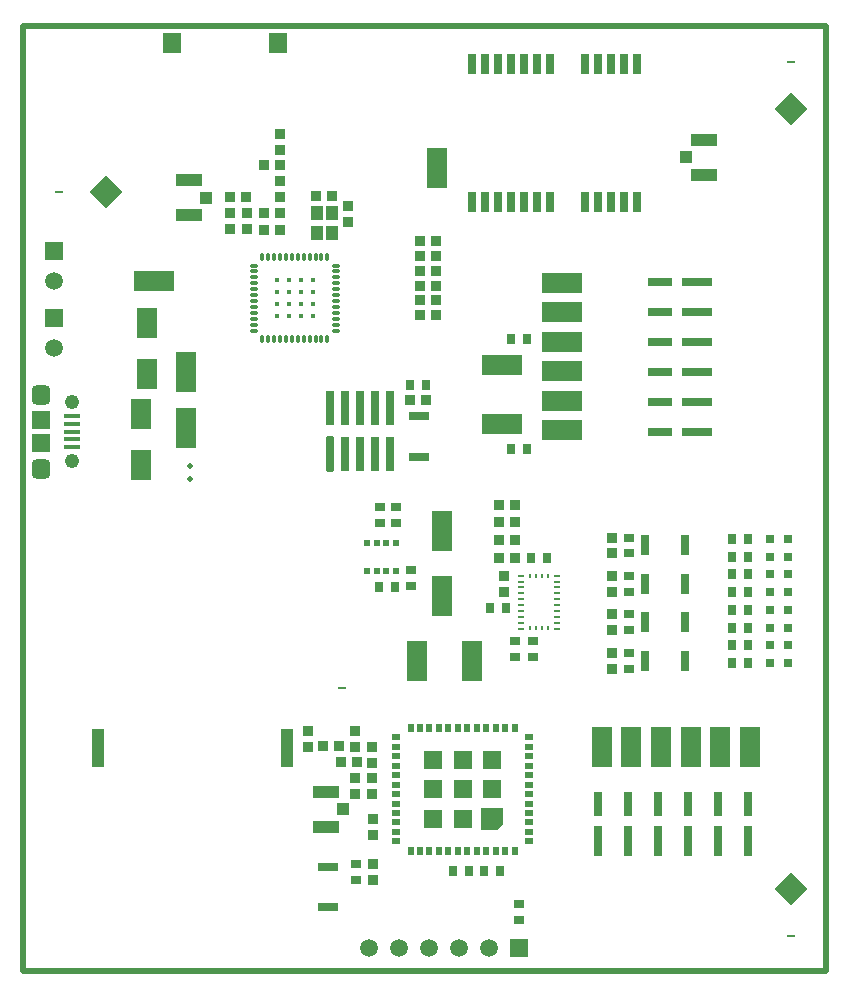
<source format=gts>
G04 Layer_Color=8388736*
%FSLAX44Y44*%
%MOMM*%
G71*
G01*
G75*
%ADD11R,1.0000X1.2000*%
%ADD12R,0.4100X0.4100*%
%ADD13O,0.2800X0.8100*%
%ADD14O,0.8100X0.2800*%
%ADD15R,0.8000X0.5000*%
%ADD16R,0.5000X0.8000*%
%ADD17R,1.6000X1.6000*%
%ADD18R,1.0000X1.0000*%
%ADD19R,0.8000X1.8000*%
%ADD20R,0.2500X0.4000*%
%ADD21R,0.6000X0.2500*%
%ADD22R,0.5000X0.5000*%
%ADD23R,3.4700X1.7800*%
%ADD24R,1.7800X3.4700*%
%ADD25R,0.8000X0.9000*%
%ADD26R,0.9000X0.8000*%
%ADD27R,0.8000X2.5000*%
%ADD28R,0.8000X2.1000*%
%ADD29R,2.5000X0.8000*%
%ADD30R,2.1000X0.8000*%
G04:AMPARAMS|DCode=31|XSize=3mm|YSize=0.76mm|CornerRadius=0.19mm|HoleSize=0mm|Usage=FLASHONLY|Rotation=90.000|XOffset=0mm|YOffset=0mm|HoleType=Round|Shape=RoundedRectangle|*
%AMROUNDEDRECTD31*
21,1,3.0000,0.3800,0,0,90.0*
21,1,2.6200,0.7600,0,0,90.0*
1,1,0.3800,0.1900,1.3100*
1,1,0.3800,0.1900,-1.3100*
1,1,0.3800,-0.1900,-1.3100*
1,1,0.3800,-0.1900,1.3100*
%
%ADD31ROUNDEDRECTD31*%
%ADD32R,0.7600X3.0000*%
%ADD34R,0.9500X0.8500*%
%ADD35R,0.8500X0.9500*%
%ADD36R,1.3500X0.4000*%
%ADD37R,1.5500X1.5000*%
%ADD38R,2.2000X1.0500*%
%ADD39R,1.0500X1.0000*%
%ADD40R,1.5000X1.8000*%
%ADD41R,1.0160X3.3020*%
%ADD42R,0.8000X0.8000*%
%ADD43R,1.7500X2.6500*%
%ADD44R,1.7000X0.8000*%
%ADD45R,0.8000X1.7000*%
%ADD49C,0.5000*%
%ADD55C,1.5000*%
%ADD56R,1.5000X1.5000*%
%ADD57R,1.5000X1.5000*%
G04:AMPARAMS|DCode=58|XSize=1.65mm|YSize=1.55mm|CornerRadius=0.3875mm|HoleSize=0mm|Usage=FLASHONLY|Rotation=90.000|XOffset=0mm|YOffset=0mm|HoleType=Round|Shape=RoundedRectangle|*
%AMROUNDEDRECTD58*
21,1,1.6500,0.7750,0,0,90.0*
21,1,0.8750,1.5500,0,0,90.0*
1,1,0.7750,0.3875,0.4375*
1,1,0.7750,0.3875,-0.4375*
1,1,0.7750,-0.3875,-0.4375*
1,1,0.7750,-0.3875,0.4375*
%
%ADD58ROUNDEDRECTD58*%
%ADD59O,1.2000X1.2500*%
%ADD60O,0.7000X0.2300*%
%ADD63C,0.5000*%
%ADD107P,2.8284X4X90.0*%
G36*
X406000Y125000D02*
X401000Y120000D01*
X388000D01*
Y138000D01*
X406000D01*
Y125000D01*
D02*
G37*
D11*
X248500Y625000D02*
D03*
Y642000D02*
D03*
X261500Y625000D02*
D03*
Y642000D02*
D03*
D12*
X245000Y585000D02*
D03*
Y575000D02*
D03*
Y565000D02*
D03*
Y555000D02*
D03*
X235000Y585000D02*
D03*
Y575000D02*
D03*
Y565000D02*
D03*
Y555000D02*
D03*
X225000Y585000D02*
D03*
Y575000D02*
D03*
Y565000D02*
D03*
Y555000D02*
D03*
X215000Y585000D02*
D03*
Y575000D02*
D03*
Y565000D02*
D03*
Y555000D02*
D03*
D13*
X202500Y535250D02*
D03*
X207500D02*
D03*
X212500D02*
D03*
X217500D02*
D03*
X222500D02*
D03*
X227500D02*
D03*
X232500D02*
D03*
X237500D02*
D03*
X242500D02*
D03*
X247500D02*
D03*
X252500D02*
D03*
X257500D02*
D03*
Y604750D02*
D03*
X252500D02*
D03*
X247500D02*
D03*
X242500D02*
D03*
X237500D02*
D03*
X232500D02*
D03*
X227500D02*
D03*
X222500D02*
D03*
X217500D02*
D03*
X212500D02*
D03*
X207500D02*
D03*
X202500D02*
D03*
D14*
X264750Y542500D02*
D03*
Y547500D02*
D03*
Y552500D02*
D03*
Y557500D02*
D03*
Y562500D02*
D03*
Y567500D02*
D03*
Y572500D02*
D03*
Y577500D02*
D03*
Y582500D02*
D03*
Y587500D02*
D03*
Y592500D02*
D03*
Y597500D02*
D03*
X195250D02*
D03*
Y592500D02*
D03*
Y587500D02*
D03*
Y582500D02*
D03*
Y577500D02*
D03*
Y572500D02*
D03*
Y567500D02*
D03*
Y562500D02*
D03*
Y557500D02*
D03*
Y552500D02*
D03*
Y547500D02*
D03*
Y542500D02*
D03*
D15*
X428500Y110000D02*
D03*
Y118000D02*
D03*
Y126000D02*
D03*
Y134000D02*
D03*
Y142000D02*
D03*
Y150000D02*
D03*
Y158000D02*
D03*
Y166000D02*
D03*
Y174000D02*
D03*
Y182000D02*
D03*
Y190000D02*
D03*
Y198000D02*
D03*
X315500D02*
D03*
Y190000D02*
D03*
Y182000D02*
D03*
Y174000D02*
D03*
Y166000D02*
D03*
Y158000D02*
D03*
Y150000D02*
D03*
Y142000D02*
D03*
Y134000D02*
D03*
Y126000D02*
D03*
Y118000D02*
D03*
Y110000D02*
D03*
D16*
X416000Y206000D02*
D03*
X408000D02*
D03*
X400000D02*
D03*
X392000D02*
D03*
X384000D02*
D03*
X376000D02*
D03*
X368000D02*
D03*
X360000D02*
D03*
X352000D02*
D03*
X344000D02*
D03*
X336000D02*
D03*
X328000D02*
D03*
Y102000D02*
D03*
X336000D02*
D03*
X344000D02*
D03*
X352000D02*
D03*
X360000D02*
D03*
X368000D02*
D03*
X376000D02*
D03*
X384000D02*
D03*
X392000D02*
D03*
X400000D02*
D03*
X408000D02*
D03*
X416000D02*
D03*
D17*
X372000Y129000D02*
D03*
X347000D02*
D03*
X397000Y154000D02*
D03*
X372000D02*
D03*
X347000D02*
D03*
X397000Y179000D02*
D03*
X372000D02*
D03*
X347000D02*
D03*
D18*
X397000Y129000D02*
D03*
D19*
X380000Y651580D02*
D03*
X391000D02*
D03*
X402000D02*
D03*
X413000D02*
D03*
X424000D02*
D03*
X435000D02*
D03*
X446000D02*
D03*
X476000D02*
D03*
X487000D02*
D03*
X498000D02*
D03*
X509000D02*
D03*
X520000D02*
D03*
Y768420D02*
D03*
X509000D02*
D03*
X498000D02*
D03*
X487000D02*
D03*
X476000D02*
D03*
X446000D02*
D03*
X435000D02*
D03*
X424000D02*
D03*
X413000D02*
D03*
X402000D02*
D03*
X391000D02*
D03*
X380000D02*
D03*
D20*
X444250Y334750D02*
D03*
X439250D02*
D03*
X434250D02*
D03*
X429250D02*
D03*
X444250Y290250D02*
D03*
X439250D02*
D03*
X434250D02*
D03*
X429250D02*
D03*
D21*
X452000Y290000D02*
D03*
Y295000D02*
D03*
Y300000D02*
D03*
Y305000D02*
D03*
Y310000D02*
D03*
Y315000D02*
D03*
Y320000D02*
D03*
Y325000D02*
D03*
Y330000D02*
D03*
Y335000D02*
D03*
X421500Y290000D02*
D03*
Y295000D02*
D03*
Y300000D02*
D03*
Y305000D02*
D03*
Y310000D02*
D03*
Y315000D02*
D03*
Y320000D02*
D03*
Y325000D02*
D03*
Y330000D02*
D03*
Y335000D02*
D03*
D22*
X315250Y362500D02*
D03*
X307250D02*
D03*
X299250D02*
D03*
X291250D02*
D03*
Y338500D02*
D03*
X299250D02*
D03*
X307250D02*
D03*
X315250D02*
D03*
D23*
X405000Y463000D02*
D03*
Y513000D02*
D03*
X110650Y584600D02*
D03*
X456500Y533000D02*
D03*
Y458000D02*
D03*
Y558000D02*
D03*
Y508000D02*
D03*
Y483000D02*
D03*
Y583000D02*
D03*
D24*
X137500Y460000D02*
D03*
X137500Y507500D02*
D03*
X355000Y372500D02*
D03*
Y317500D02*
D03*
X333250Y263000D02*
D03*
X380000Y262500D02*
D03*
X350000Y680000D02*
D03*
X615000Y190000D02*
D03*
X490000D02*
D03*
X515000D02*
D03*
X565000D02*
D03*
X540000D02*
D03*
X590000D02*
D03*
D25*
X341000Y496500D02*
D03*
X327500D02*
D03*
X426750Y535000D02*
D03*
X413250D02*
D03*
X426750Y442500D02*
D03*
X413250D02*
D03*
X390250Y85000D02*
D03*
X403750D02*
D03*
X377750D02*
D03*
X364250D02*
D03*
X443500Y350000D02*
D03*
X430000D02*
D03*
X395000Y307500D02*
D03*
X408500D02*
D03*
X600500Y261000D02*
D03*
X614000D02*
D03*
X600500Y276000D02*
D03*
X614000D02*
D03*
X600500Y291000D02*
D03*
X614000D02*
D03*
X600500Y306000D02*
D03*
X614000D02*
D03*
X600500Y321000D02*
D03*
X614000D02*
D03*
X600500Y336000D02*
D03*
X614000D02*
D03*
X600500Y351000D02*
D03*
X614000D02*
D03*
X315000Y325500D02*
D03*
X301500D02*
D03*
X600500Y366000D02*
D03*
X614000D02*
D03*
D26*
X315500Y379750D02*
D03*
Y393250D02*
D03*
X302500Y379750D02*
D03*
Y393250D02*
D03*
X282000Y77250D02*
D03*
Y90750D02*
D03*
X420000Y56750D02*
D03*
Y43250D02*
D03*
X513250Y367250D02*
D03*
Y353750D02*
D03*
Y321250D02*
D03*
Y334750D02*
D03*
Y302250D02*
D03*
Y288750D02*
D03*
Y256250D02*
D03*
Y269750D02*
D03*
X416500Y265750D02*
D03*
Y279250D02*
D03*
X431500D02*
D03*
Y265750D02*
D03*
X328250Y339750D02*
D03*
Y326250D02*
D03*
D27*
X613500Y110400D02*
D03*
X588100D02*
D03*
X562700D02*
D03*
X537300D02*
D03*
X511900D02*
D03*
X486500D02*
D03*
D28*
X613500Y141700D02*
D03*
X588100D02*
D03*
X562700D02*
D03*
X537300D02*
D03*
X511900D02*
D03*
X486500D02*
D03*
D29*
X570600Y583500D02*
D03*
Y558100D02*
D03*
Y532700D02*
D03*
Y507300D02*
D03*
Y481900D02*
D03*
Y456500D02*
D03*
D30*
X539300Y583500D02*
D03*
Y558100D02*
D03*
Y532700D02*
D03*
Y507300D02*
D03*
Y481900D02*
D03*
Y456500D02*
D03*
D31*
X259600Y438000D02*
D03*
D32*
X272300D02*
D03*
X285000D02*
D03*
X297700D02*
D03*
X310400D02*
D03*
X259600Y477000D02*
D03*
X272300D02*
D03*
X285000D02*
D03*
X297700D02*
D03*
X310400D02*
D03*
D34*
X174750Y641750D02*
D03*
Y628250D02*
D03*
X189500Y641750D02*
D03*
Y628250D02*
D03*
X217500Y669250D02*
D03*
Y655750D02*
D03*
X281000Y150250D02*
D03*
Y163750D02*
D03*
X275000Y648250D02*
D03*
Y634750D02*
D03*
X295000Y163750D02*
D03*
Y150250D02*
D03*
Y189750D02*
D03*
Y176250D02*
D03*
X241000Y203750D02*
D03*
Y190250D02*
D03*
X281000Y203750D02*
D03*
Y190250D02*
D03*
X296000Y115250D02*
D03*
Y128750D02*
D03*
Y77250D02*
D03*
Y90750D02*
D03*
X498250Y367250D02*
D03*
Y353750D02*
D03*
Y321250D02*
D03*
Y334750D02*
D03*
Y302250D02*
D03*
Y288750D02*
D03*
Y256250D02*
D03*
Y269750D02*
D03*
X406750Y320750D02*
D03*
Y334250D02*
D03*
X217500Y709250D02*
D03*
Y695750D02*
D03*
D35*
X282750Y177000D02*
D03*
X269250D02*
D03*
X254250Y191000D02*
D03*
X267750D02*
D03*
X189000Y655250D02*
D03*
X175500D02*
D03*
X217500Y642250D02*
D03*
X204000D02*
D03*
Y682500D02*
D03*
X217500D02*
D03*
X204000Y627750D02*
D03*
X217500D02*
D03*
X341000Y483500D02*
D03*
X327500D02*
D03*
X261750Y656500D02*
D03*
X248250D02*
D03*
X349750Y555500D02*
D03*
X336250D02*
D03*
X349750Y568000D02*
D03*
X336250D02*
D03*
X349750Y580500D02*
D03*
X336250D02*
D03*
X349750Y593000D02*
D03*
X336250D02*
D03*
X349750Y605500D02*
D03*
X336250D02*
D03*
X349750Y618000D02*
D03*
X336250D02*
D03*
X402500Y350000D02*
D03*
X416000D02*
D03*
X402500Y365000D02*
D03*
X416000D02*
D03*
X402500Y380000D02*
D03*
X416000D02*
D03*
X402500Y395000D02*
D03*
X416000D02*
D03*
D36*
X41660Y469860D02*
D03*
Y463360D02*
D03*
Y456860D02*
D03*
Y450360D02*
D03*
Y443860D02*
D03*
D37*
X14660Y466860D02*
D03*
Y446860D02*
D03*
D38*
X140000Y640250D02*
D03*
Y669750D02*
D03*
X256000Y122250D02*
D03*
Y151750D02*
D03*
X576000Y703750D02*
D03*
Y674250D02*
D03*
D39*
X155000Y655000D02*
D03*
X271000Y137000D02*
D03*
X561000Y689000D02*
D03*
D40*
X126000Y786000D02*
D03*
X216000D02*
D03*
D41*
X223010Y189000D02*
D03*
X62990D02*
D03*
D42*
X632250Y261000D02*
D03*
X647250D02*
D03*
X632250Y276000D02*
D03*
X647250D02*
D03*
X632250Y291000D02*
D03*
X647250D02*
D03*
X632250Y306000D02*
D03*
X647250D02*
D03*
X632250Y321000D02*
D03*
X647250D02*
D03*
X632250Y336000D02*
D03*
X647250D02*
D03*
X632250Y351000D02*
D03*
X647250D02*
D03*
X632250Y366000D02*
D03*
X647250D02*
D03*
D43*
X100000Y428500D02*
D03*
Y471500D02*
D03*
X105000Y506000D02*
D03*
Y549000D02*
D03*
D44*
X335000Y435750D02*
D03*
Y469750D02*
D03*
X258000Y54500D02*
D03*
Y88500D02*
D03*
D45*
X560250Y360500D02*
D03*
X526250D02*
D03*
X560250Y328000D02*
D03*
X526250D02*
D03*
X560250Y295500D02*
D03*
X526250D02*
D03*
X560250Y263000D02*
D03*
X526250D02*
D03*
D49*
X0Y800000D02*
X680000D01*
Y0D02*
Y800000D01*
X0Y0D02*
X680000D01*
X0D02*
Y800000D01*
D55*
X26249Y584600D02*
D03*
X26500Y527600D02*
D03*
X394600Y20000D02*
D03*
X369200D02*
D03*
X343800D02*
D03*
X318400D02*
D03*
X293000D02*
D03*
D56*
X26249Y610000D02*
D03*
X26500Y553000D02*
D03*
D57*
X420000Y20000D02*
D03*
D58*
X14660Y425660D02*
D03*
Y488060D02*
D03*
D59*
X41660Y481860D02*
D03*
Y431860D02*
D03*
D60*
X650000Y30000D02*
D03*
Y770000D02*
D03*
X30000Y660000D02*
D03*
X270000Y240000D02*
D03*
D63*
X141250Y417000D02*
D03*
Y428000D02*
D03*
D107*
X650000Y730000D02*
D03*
X70000Y660000D02*
D03*
X650000Y70000D02*
D03*
M02*

</source>
